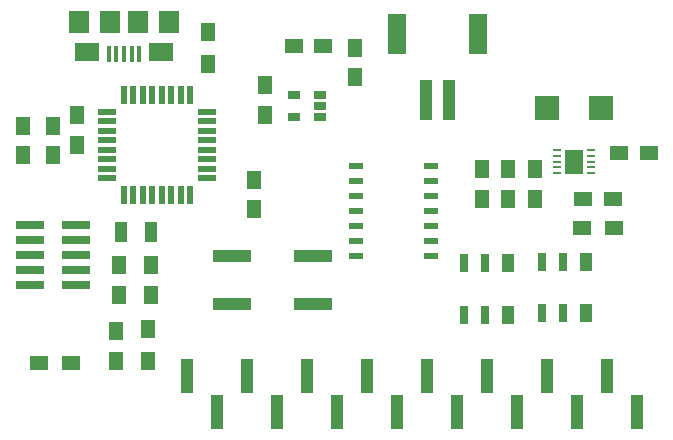
<source format=gbr>
G04 #@! TF.FileFunction,Paste,Top*
%FSLAX46Y46*%
G04 Gerber Fmt 4.6, Leading zero omitted, Abs format (unit mm)*
G04 Created by KiCad (PCBNEW 4.0.5+dfsg1-4) date Mon May 29 16:20:49 2017*
%MOMM*%
%LPD*%
G01*
G04 APERTURE LIST*
%ADD10C,0.100000*%
%ADD11R,1.000000X3.000000*%
%ADD12R,1.250000X1.500000*%
%ADD13R,1.500000X1.250000*%
%ADD14R,2.000000X2.000000*%
%ADD15R,1.000000X3.500000*%
%ADD16R,1.600000X3.400000*%
%ADD17R,0.400000X1.350000*%
%ADD18R,2.100000X1.600000*%
%ADD19R,1.800000X1.900000*%
%ADD20R,2.400000X0.750000*%
%ADD21R,1.300000X1.500000*%
%ADD22R,1.500000X1.300000*%
%ADD23R,3.200000X1.000000*%
%ADD24R,1.060000X0.650000*%
%ADD25R,0.550000X1.600000*%
%ADD26R,1.600000X0.550000*%
%ADD27R,0.800000X0.280000*%
%ADD28R,1.600000X2.150000*%
%ADD29R,1.143000X0.508000*%
%ADD30R,1.000000X1.800000*%
%ADD31R,0.800000X1.550000*%
%ADD32R,1.000000X1.550000*%
G04 APERTURE END LIST*
D10*
D11*
X168275000Y-106704000D03*
X163195000Y-106704000D03*
X158115000Y-106704000D03*
X153035000Y-106704000D03*
X147955000Y-106704000D03*
X142875000Y-106704000D03*
X137795000Y-106704000D03*
X132715000Y-106704000D03*
X170815000Y-109704000D03*
X165735000Y-109704000D03*
X160655000Y-109704000D03*
X155575000Y-109704000D03*
X150495000Y-109704000D03*
X145415000Y-109704000D03*
X140335000Y-109704000D03*
X135255000Y-109704000D03*
D12*
X146939000Y-81387000D03*
X146939000Y-78887000D03*
X138430000Y-90063000D03*
X138430000Y-92563000D03*
X126746000Y-105390000D03*
X126746000Y-102890000D03*
D13*
X141752000Y-78740000D03*
X144252000Y-78740000D03*
D12*
X129667000Y-97302000D03*
X129667000Y-99802000D03*
X139319000Y-84562000D03*
X139319000Y-82062000D03*
X127000000Y-97302000D03*
X127000000Y-99802000D03*
D13*
X169311000Y-87757000D03*
X171811000Y-87757000D03*
X168763000Y-91694000D03*
X166263000Y-91694000D03*
D12*
X123444000Y-87102000D03*
X123444000Y-84602000D03*
X118872000Y-87991000D03*
X118872000Y-85491000D03*
X121412000Y-87991000D03*
X121412000Y-85491000D03*
X157734000Y-89174000D03*
X157734000Y-91674000D03*
X162179000Y-89174000D03*
X162179000Y-91674000D03*
X159893000Y-89174000D03*
X159893000Y-91674000D03*
D14*
X167731000Y-83947000D03*
X163231000Y-83947000D03*
D15*
X154924000Y-83293000D03*
X152924000Y-83293000D03*
D16*
X157324000Y-77743000D03*
X150524000Y-77743000D03*
D17*
X128681000Y-79375000D03*
X128031000Y-79375000D03*
X127381000Y-79375000D03*
X126731000Y-79375000D03*
X126081000Y-79375000D03*
D18*
X130481000Y-79225000D03*
X124281000Y-79225000D03*
D19*
X128531000Y-76700000D03*
X126231000Y-76700000D03*
X123581000Y-76700000D03*
X131181000Y-76700000D03*
D20*
X119462000Y-93853000D03*
X123362000Y-93853000D03*
X119462000Y-95123000D03*
X123362000Y-95123000D03*
X119462000Y-96393000D03*
X123362000Y-96393000D03*
X119462000Y-97663000D03*
X123362000Y-97663000D03*
X119462000Y-98933000D03*
X123362000Y-98933000D03*
D21*
X129413000Y-105363000D03*
X129413000Y-102663000D03*
D22*
X120189000Y-105537000D03*
X122889000Y-105537000D03*
X168863000Y-94107000D03*
X166163000Y-94107000D03*
D21*
X134493000Y-77517000D03*
X134493000Y-80217000D03*
D23*
X143354000Y-96552000D03*
X136554000Y-96552000D03*
X136554000Y-100552000D03*
X143354000Y-100552000D03*
D24*
X143975000Y-84770000D03*
X143975000Y-83820000D03*
X143975000Y-82870000D03*
X141775000Y-82870000D03*
X141775000Y-84770000D03*
D25*
X127375000Y-91372000D03*
X128175000Y-91372000D03*
X128975000Y-91372000D03*
X129775000Y-91372000D03*
X130575000Y-91372000D03*
X131375000Y-91372000D03*
X132175000Y-91372000D03*
X132975000Y-91372000D03*
D26*
X134425000Y-89922000D03*
X134425000Y-89122000D03*
X134425000Y-88322000D03*
X134425000Y-87522000D03*
X134425000Y-86722000D03*
X134425000Y-85922000D03*
X134425000Y-85122000D03*
X134425000Y-84322000D03*
D25*
X132975000Y-82872000D03*
X132175000Y-82872000D03*
X131375000Y-82872000D03*
X130575000Y-82872000D03*
X129775000Y-82872000D03*
X128975000Y-82872000D03*
X128175000Y-82872000D03*
X127375000Y-82872000D03*
D26*
X125925000Y-84322000D03*
X125925000Y-85122000D03*
X125925000Y-85922000D03*
X125925000Y-86722000D03*
X125925000Y-87522000D03*
X125925000Y-88322000D03*
X125925000Y-89122000D03*
X125925000Y-89922000D03*
D27*
X166943500Y-87519000D03*
X164018500Y-87519000D03*
X166943500Y-88019000D03*
X164018500Y-88019000D03*
X166943500Y-88519000D03*
X164018500Y-88519000D03*
X166943500Y-89019000D03*
X164018500Y-89019000D03*
X166943500Y-89519000D03*
X164018500Y-89519000D03*
D28*
X165481000Y-88519000D03*
D29*
X153416000Y-96520000D03*
X153416000Y-95250000D03*
X153416000Y-93980000D03*
X153416000Y-92710000D03*
X153416000Y-91440000D03*
X153416000Y-90170000D03*
X153416000Y-88900000D03*
X147066000Y-88900000D03*
X147066000Y-90170000D03*
X147066000Y-92710000D03*
X147066000Y-93980000D03*
X147066000Y-95250000D03*
X147066000Y-96520000D03*
X147066000Y-91440000D03*
D30*
X129647000Y-94488000D03*
X127147000Y-94488000D03*
D31*
X156138000Y-97139000D03*
X156138000Y-101489000D03*
X157988000Y-97139000D03*
X157988000Y-101489000D03*
D32*
X159938000Y-97139000D03*
X159938000Y-101489000D03*
D31*
X162742000Y-97012000D03*
X162742000Y-101362000D03*
X164592000Y-97012000D03*
X164592000Y-101362000D03*
D32*
X166542000Y-97012000D03*
X166542000Y-101362000D03*
M02*

</source>
